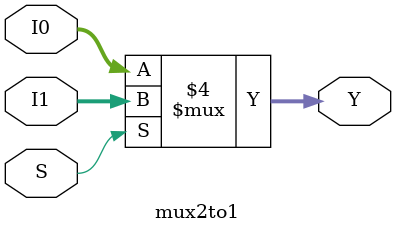
<source format=v>
module mux2to1 (Y, I0, I1, S);
    parameter SIZE = 4;
    input [SIZE-1:0] I0, I1;
    input S;
    output reg [SIZE-1:0] Y;

    always @(I0 or I1 or S) 
    begin
        if (S == 0) Y = I0;
        else Y = I1;
    end
endmodule
</source>
